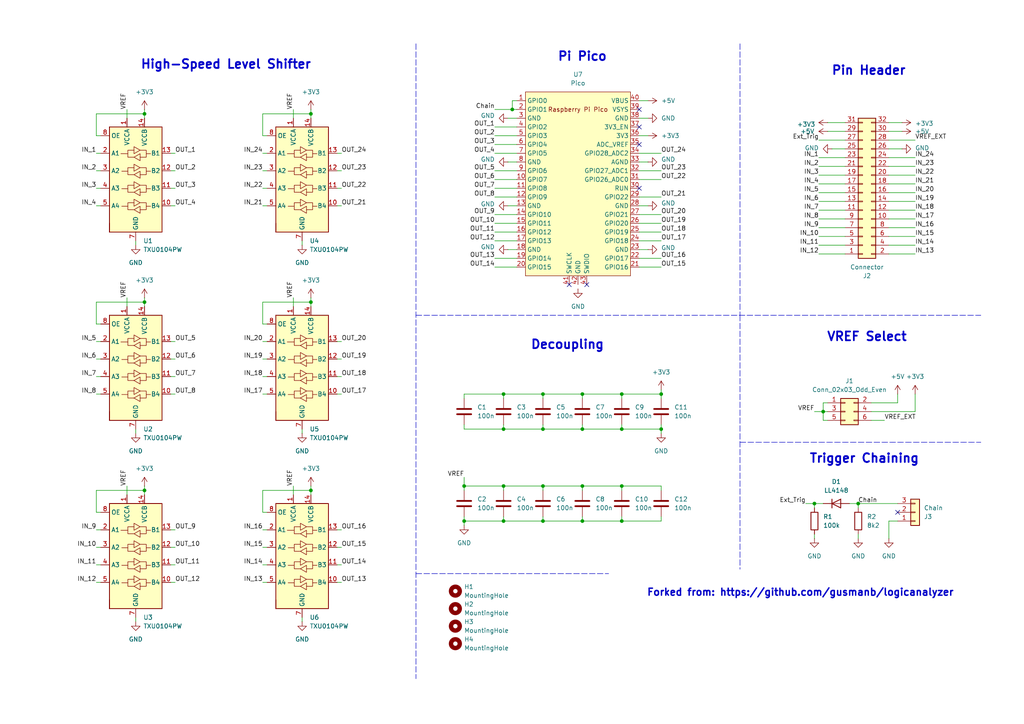
<source format=kicad_sch>
(kicad_sch (version 20231120) (generator "eeschema") (generator_version "8.0")
  (paper "A4")
  (title_block (title "Logic Analyzer") (date "2025-04-21") (rev "V2.1") (company "Synthron"))
  (lib_symbols
    (symbol "Connector_Generic:Conn_01x03" (pin_names (offset 1.016) hide)
      (property "Reference" "J" (at 0 5.08 0))
      (property "Value" "Conn_01x03" (at 0 -5.08 0))
      (symbol "Conn_01x03_1_1"
        (pin passive line (at -5.08 2.54 0) (length 3.81) (name "Pin_1") (number "1"))
        (pin passive line (at -5.08 0 0) (length 3.81) (name "Pin_2") (number "2"))
        (pin passive line (at -5.08 -2.54 0) (length 3.81) (name "Pin_3") (number "3"))
      )
    )
    (symbol "Connector_Generic:Conn_02x03_Odd_Even" (pin_names (offset 1.016) hide)
      (property "Reference" "J" (at 1.27 5.08 0))
      (property "Value" "Conn_02x03_Odd_Even" (at 1.27 -5.08 0))
      (symbol "Conn_02x03_Odd_Even_1_1"
        (pin passive line (at -5.08 2.54 0) (length 3.81) (name "Pin_1") (number "1"))
        (pin passive line (at 7.62 2.54 180) (length 3.81) (name "Pin_2") (number "2"))
        (pin passive line (at -5.08 0 0) (length 3.81) (name "Pin_3") (number "3"))
        (pin passive line (at 7.62 0 180) (length 3.81) (name "Pin_4") (number "4"))
        (pin passive line (at -5.08 -2.54 0) (length 3.81) (name "Pin_5") (number "5"))
        (pin passive line (at 7.62 -2.54 180) (length 3.81) (name "Pin_6") (number "6"))
      )
    )
    (symbol "Connector_Generic:Conn_02x16_Odd_Even" (pin_names (offset 1.016) hide)
      (property "Reference" "J" (at 1.27 20.32 0))
      (property "Value" "Conn_02x16_Odd_Even" (at 1.27 -22.86 0))
      (symbol "Conn_02x16_Odd_Even_1_1"
        (pin passive line (at -5.08 17.78 0) (length 3.81) (name "Pin_1") (number "1"))
        (pin passive line (at 7.62 7.62 180) (length 3.81) (name "Pin_10") (number "10"))
        (pin passive line (at -5.08 5.08 0) (length 3.81) (name "Pin_11") (number "11"))
        (pin passive line (at 7.62 5.08 180) (length 3.81) (name "Pin_12") (number "12"))
        (pin passive line (at -5.08 2.54 0) (length 3.81) (name "Pin_13") (number "13"))
        (pin passive line (at 7.62 2.54 180) (length 3.81) (name "Pin_14") (number "14"))
        (pin passive line (at -5.08 0 0) (length 3.81) (name "Pin_15") (number "15"))
        (pin passive line (at 7.62 0 180) (length 3.81) (name "Pin_16") (number "16"))
        (pin passive line (at -5.08 -2.54 0) (length 3.81) (name "Pin_17") (number "17"))
        (pin passive line (at 7.62 -2.54 180) (length 3.81) (name "Pin_18") (number "18"))
        (pin passive line (at -5.08 -5.08 0) (length 3.81) (name "Pin_19") (number "19"))
        (pin passive line (at 7.62 17.78 180) (length 3.81) (name "Pin_2") (number "2"))
        (pin passive line (at 7.62 -5.08 180) (length 3.81) (name "Pin_20") (number "20"))
        (pin passive line (at -5.08 -7.62 0) (length 3.81) (name "Pin_21") (number "21"))
        (pin passive line (at 7.62 -7.62 180) (length 3.81) (name "Pin_22") (number "22"))
        (pin passive line (at -5.08 -10.16 0) (length 3.81) (name "Pin_23") (number "23"))
        (pin passive line (at 7.62 -10.16 180) (length 3.81) (name "Pin_24") (number "24"))
        (pin passive line (at -5.08 -12.7 0) (length 3.81) (name "Pin_25") (number "25"))
        (pin passive line (at 7.62 -12.7 180) (length 3.81) (name "Pin_26") (number "26"))
        (pin passive line (at -5.08 -15.24 0) (length 3.81) (name "Pin_27") (number "27"))
        (pin passive line (at 7.62 -15.24 180) (length 3.81) (name "Pin_28") (number "28"))
        (pin passive line (at -5.08 -17.78 0) (length 3.81) (name "Pin_29") (number "29"))
        (pin passive line (at -5.08 15.24 0) (length 3.81) (name "Pin_3") (number "3"))
        (pin passive line (at 7.62 -17.78 180) (length 3.81) (name "Pin_30") (number "30"))
        (pin passive line (at -5.08 -20.32 0) (length 3.81) (name "Pin_31") (number "31"))
        (pin passive line (at 7.62 -20.32 180) (length 3.81) (name "Pin_32") (number "32"))
        (pin passive line (at 7.62 15.24 180) (length 3.81) (name "Pin_4") (number "4"))
        (pin passive line (at -5.08 12.7 0) (length 3.81) (name "Pin_5") (number "5"))
        (pin passive line (at 7.62 12.7 180) (length 3.81) (name "Pin_6") (number "6"))
        (pin passive line (at -5.08 10.16 0) (length 3.81) (name "Pin_7") (number "7"))
        (pin passive line (at 7.62 10.16 180) (length 3.81) (name "Pin_8") (number "8"))
        (pin passive line (at -5.08 7.62 0) (length 3.81) (name "Pin_9") (number "9"))
      )
    )
    (symbol "Device:C" (pin_numbers hide) (pin_names (offset 0.254))
      (property "Reference" "C" (at 0.635 2.54 0))
      (property "Value" "C" (at 0.635 -2.54 0))
      (symbol "C_1_1"
        (pin passive line (at 0 3.81 270) (length 2.794) (name "~") (number "1"))
        (pin passive line (at 0 -3.81 90) (length 2.794) (name "~") (number "2"))
      )
    )
    (symbol "Device:R" (pin_numbers hide) (pin_names (offset 0))
      (property "Reference" "R" (at 2.032 0 90))
      (property "Value" "R" (at 0 0 90))
      (symbol "R_1_1"
        (pin passive line (at 0 3.81 270) (length 1.27) (name "~") (number "1"))
        (pin passive line (at 0 -3.81 90) (length 1.27) (name "~") (number "2"))
      )
    )
    (symbol "Diode:LL4148" (pin_numbers hide) (pin_names hide)
      (property "Reference" "D" (at 0 2.54 0))
      (property "Value" "LL4148" (at 0 -2.54 0))
      (symbol "LL4148_1_1"
        (pin passive line (at -3.81 0 0) (length 2.54) (name "K") (number "1"))
        (pin passive line (at 3.81 0 180) (length 2.54) (name "A") (number "2"))
      )
    )
    (symbol "Logic_LevelTranslator:TXB0104PW"
      (property "Reference" "U" (at -6.35 16.51 0))
      (property "Value" "TXB0104PW" (at 3.81 16.51 0))
      (symbol "TXB0104PW_1_1"
        (pin power_in line (at -2.54 17.78 270) (length 2.54) (name "VCCA") (number "1"))
        (pin bidirectional line (at 10.16 -7.62 180) (length 2.54) (name "B4") (number "10"))
        (pin bidirectional line (at 10.16 -2.54 180) (length 2.54) (name "B3") (number "11"))
        (pin bidirectional line (at 10.16 2.54 180) (length 2.54) (name "B2") (number "12"))
        (pin bidirectional line (at 10.16 7.62 180) (length 2.54) (name "B1") (number "13"))
        (pin power_in line (at 2.54 17.78 270) (length 2.54) (name "VCCB") (number "14"))
        (pin bidirectional line (at -10.16 7.62 0) (length 2.54) (name "A1") (number "2"))
        (pin bidirectional line (at -10.16 2.54 0) (length 2.54) (name "A2") (number "3"))
        (pin bidirectional line (at -10.16 -2.54 0) (length 2.54) (name "A3") (number "4"))
        (pin bidirectional line (at -10.16 -7.62 0) (length 2.54) (name "A4") (number "5"))
        (pin no_connect line (at -7.62 -12.7 0) (length 2.54) hide (name "NC") (number "6"))
        (pin power_in line (at 0 -17.78 90) (length 2.54) (name "GND") (number "7"))
        (pin input line (at -10.16 12.7 0) (length 2.54) (name "OE") (number "8"))
        (pin no_connect line (at 7.62 -12.7 180) (length 2.54) hide (name "NC") (number "9"))
      )
    )
    (symbol "Mechanical:MountingHole" (pin_names (offset 1.016)) (exclude_from_sim yes) (in_bom no)
      (property "Reference" "H" (at 0 5.08 0))
      (property "Value" "MountingHole" (at 0 3.175 0))
    )
    (symbol "Pico:Pico"
      (property "Reference" "U" (at -13.97 27.94 0))
      (property "Value" "Pico" (at 0 19.05 0))
      (symbol "Pico_0_0"
        (text "Raspberry Pi Pico" (at 0 21.59 0) (effects (font (size 1.27 1.27))))
      )
      (symbol "Pico_1_1"
        (pin bidirectional line (at -17.78 24.13 0) (length 2.54) (name "GPIO0") (number "1"))
        (pin bidirectional line (at -17.78 1.27 0) (length 2.54) (name "GPIO7") (number "10"))
        (pin bidirectional line (at -17.78 -1.27 0) (length 2.54) (name "GPIO8") (number "11"))
        (pin bidirectional line (at -17.78 -3.81 0) (length 2.54) (name "GPIO9") (number "12"))
        (pin power_in line (at -17.78 -6.35 0) (length 2.54) (name "GND") (number "13"))
        (pin bidirectional line (at -17.78 -8.89 0) (length 2.54) (name "GPIO10") (number "14"))
        (pin bidirectional line (at -17.78 -11.43 0) (length 2.54) (name "GPIO11") (number "15"))
        (pin bidirectional line (at -17.78 -13.97 0) (length 2.54) (name "GPIO12") (number "16"))
        (pin bidirectional line (at -17.78 -16.51 0) (length 2.54) (name "GPIO13") (number "17"))
        (pin power_in line (at -17.78 -19.05 0) (length 2.54) (name "GND") (number "18"))
        (pin bidirectional line (at -17.78 -21.59 0) (length 2.54) (name "GPIO14") (number "19"))
        (pin bidirectional line (at -17.78 21.59 0) (length 2.54) (name "GPIO1") (number "2"))
        (pin bidirectional line (at -17.78 -24.13 0) (length 2.54) (name "GPIO15") (number "20"))
        (pin bidirectional line (at 17.78 -24.13 180) (length 2.54) (name "GPIO16") (number "21"))
        (pin bidirectional line (at 17.78 -21.59 180) (length 2.54) (name "GPIO17") (number "22"))
        (pin power_in line (at 17.78 -19.05 180) (length 2.54) (name "GND") (number "23"))
        (pin bidirectional line (at 17.78 -16.51 180) (length 2.54) (name "GPIO18") (number "24"))
        (pin bidirectional line (at 17.78 -13.97 180) (length 2.54) (name "GPIO19") (number "25"))
        (pin bidirectional line (at 17.78 -11.43 180) (length 2.54) (name "GPIO20") (number "26"))
        (pin bidirectional line (at 17.78 -8.89 180) (length 2.54) (name "GPIO21") (number "27"))
        (pin power_in line (at 17.78 -6.35 180) (length 2.54) (name "GND") (number "28"))
        (pin bidirectional line (at 17.78 -3.81 180) (length 2.54) (name "GPIO22") (number "29"))
        (pin power_in line (at -17.78 19.05 0) (length 2.54) (name "GND") (number "3"))
        (pin input line (at 17.78 -1.27 180) (length 2.54) (name "RUN") (number "30"))
        (pin bidirectional line (at 17.78 1.27 180) (length 2.54) (name "GPIO26_ADC0") (number "31"))
        (pin bidirectional line (at 17.78 3.81 180) (length 2.54) (name "GPIO27_ADC1") (number "32"))
        (pin power_in line (at 17.78 6.35 180) (length 2.54) (name "AGND") (number "33"))
        (pin bidirectional line (at 17.78 8.89 180) (length 2.54) (name "GPIO28_ADC2") (number "34"))
        (pin power_in line (at 17.78 11.43 180) (length 2.54) (name "ADC_VREF") (number "35"))
        (pin power_in line (at 17.78 13.97 180) (length 2.54) (name "3V3") (number "36"))
        (pin input line (at 17.78 16.51 180) (length 2.54) (name "3V3_EN") (number "37"))
        (pin bidirectional line (at 17.78 19.05 180) (length 2.54) (name "GND") (number "38"))
        (pin power_in line (at 17.78 21.59 180) (length 2.54) (name "VSYS") (number "39"))
        (pin bidirectional line (at -17.78 16.51 0) (length 2.54) (name "GPIO2") (number "4"))
        (pin power_in line (at 17.78 24.13 180) (length 2.54) (name "VBUS") (number "40"))
        (pin input line (at -2.54 -29.21 90) (length 2.54) (name "SWCLK") (number "41"))
        (pin power_in line (at 0 -29.21 90) (length 2.54) (name "GND") (number "42"))
        (pin bidirectional line (at 2.54 -29.21 90) (length 2.54) (name "SWDIO") (number "43"))
        (pin bidirectional line (at -17.78 13.97 0) (length 2.54) (name "GPIO3") (number "5"))
        (pin bidirectional line (at -17.78 11.43 0) (length 2.54) (name "GPIO4") (number "6"))
        (pin bidirectional line (at -17.78 8.89 0) (length 2.54) (name "GPIO5") (number "7"))
        (pin power_in line (at -17.78 6.35 0) (length 2.54) (name "GND") (number "8"))
        (pin bidirectional line (at -17.78 3.81 0) (length 2.54) (name "GPIO6") (number "9"))
      )
    )
    (symbol "power:+3V3" (power) (pin_numbers hide) (pin_names (offset 0) hide)
      (property "Value" "+3V3" (at 0 3.556 0))
      (symbol "+3V3_1_1"
        (pin power_in line (at 0 0 90) (length 0) (name "~") (number "1"))
      )
    )
    (symbol "power:+5V" (power) (pin_numbers hide) (pin_names (offset 0) hide)
      (property "Value" "+5V" (at 0 3.556 0))
      (symbol "+5V_1_1"
        (pin power_in line (at 0 0 90) (length 0) (name "~") (number "1"))
      )
    )
    (symbol "power:GND" (power) (pin_numbers hide) (pin_names (offset 0) hide)
      (property "Value" "GND" (at 0 -3.81 0))
      (symbol "GND_1_1"
        (pin power_in line (at 0 0 270) (length 0) (name "~") (number "1"))
      )
    )
  )
  (junction (at 41.91 142.24))
  (junction (at 157.48 140.97))
  (junction (at 134.62 151.13))
  (junction (at 157.48 114.3))
  (junction (at 146.05 114.3))
  (junction (at 168.91 151.13))
  (junction (at 90.17 87.63))
  (junction (at 168.91 140.97))
  (junction (at 191.77 114.3))
  (junction (at 236.22 146.05))
  (junction (at 41.91 87.63))
  (junction (at 148.59 31.75))
  (junction (at 180.34 114.3))
  (junction (at 146.05 140.97))
  (junction (at 168.91 114.3))
  (junction (at 248.92 146.05))
  (junction (at 180.34 140.97))
  (junction (at 90.17 142.24))
  (junction (at 146.05 151.13))
  (junction (at 134.62 140.97))
  (junction (at 90.17 33.02))
  (junction (at 180.34 124.46))
  (junction (at 180.34 151.13))
  (junction (at 191.77 124.46))
  (junction (at 238.76 119.38))
  (junction (at 168.91 124.46))
  (junction (at 157.48 151.13))
  (junction (at 41.91 33.02))
  (junction (at 157.48 124.46))
  (junction (at 146.05 124.46))
  (no_connect (at 165.1 82.55))
  (no_connect (at 260.35 148.59))
  (no_connect (at 185.42 31.75))
  (no_connect (at 185.42 36.83))
  (no_connect (at 185.42 41.91))
  (no_connect (at 185.42 54.61))
  (no_connect (at 170.18 82.55))
  (wire (pts (xy 50.8 163.83) (xy 49.53 163.83)))
  (wire (pts (xy 257.81 43.18) (xy 261.62 43.18)))
  (wire (pts (xy 265.43 114.3) (xy 265.43 119.38)))
  (wire (pts (xy 265.43 53.34) (xy 257.81 53.34)))
  (wire (pts (xy 248.92 156.21) (xy 248.92 154.94)))
  (wire (pts (xy 99.06 99.06) (xy 97.79 99.06)))
  (wire (pts (xy 248.92 146.05) (xy 260.35 146.05)))
  (wire (pts (xy 29.21 93.98) (xy 27.94 93.98)))
  (wire (pts (xy 50.8 49.53) (xy 49.53 49.53)))
  (wire (pts (xy 157.48 123.19) (xy 157.48 124.46)))
  (wire (pts (xy 257.81 40.64) (xy 265.43 40.64)))
  (wire (pts (xy 99.06 54.61) (xy 97.79 54.61)))
  (wire (pts (xy 157.48 140.97) (xy 157.48 142.24)))
  (wire (pts (xy 50.8 104.14) (xy 49.53 104.14)))
  (wire (pts (xy 27.94 33.02) (xy 41.91 33.02)))
  (wire (pts (xy 260.35 116.84) (xy 252.73 116.84)))
  (wire (pts (xy 76.2 148.59) (xy 76.2 142.24)))
  (wire (pts (xy 237.49 55.88) (xy 245.11 55.88)))
  (wire (pts (xy 146.05 123.19) (xy 146.05 124.46)))
  (wire (pts (xy 265.43 73.66) (xy 257.81 73.66)))
  (wire (pts (xy 27.94 44.45) (xy 29.21 44.45)))
  (wire (pts (xy 76.2 39.37) (xy 76.2 33.02)))
  (wire (pts (xy 252.73 121.92) (xy 256.54 121.92)))
  (wire (pts (xy 77.47 39.37) (xy 76.2 39.37)))
  (wire (pts (xy 50.8 109.22) (xy 49.53 109.22)))
  (wire (pts (xy 265.43 71.12) (xy 257.81 71.12)))
  (wire (pts (xy 265.43 60.96) (xy 257.81 60.96)))
  (wire (pts (xy 238.76 119.38) (xy 240.03 119.38)))
  (wire (pts (xy 99.06 109.22) (xy 97.79 109.22)))
  (wire (pts (xy 237.49 63.5) (xy 245.11 63.5)))
  (wire (pts (xy 143.51 57.15) (xy 149.86 57.15)))
  (wire (pts (xy 143.51 64.77) (xy 149.86 64.77)))
  (wire (pts (xy 99.06 168.91) (xy 97.79 168.91)))
  (wire (pts (xy 237.49 73.66) (xy 245.11 73.66)))
  (wire (pts (xy 143.51 44.45) (xy 149.86 44.45)))
  (wire (pts (xy 265.43 66.04) (xy 257.81 66.04)))
  (wire (pts (xy 185.42 57.15) (xy 191.77 57.15)))
  (wire (pts (xy 240.03 121.92) (xy 238.76 121.92)))
  (wire (pts (xy 257.81 156.21) (xy 257.81 151.13)))
  (wire (pts (xy 146.05 114.3) (xy 146.05 115.57)))
  (wire (pts (xy 168.91 140.97) (xy 168.91 142.24)))
  (wire (pts (xy 146.05 149.86) (xy 146.05 151.13)))
  (wire (pts (xy 185.42 34.29) (xy 187.96 34.29)))
  (wire (pts (xy 143.51 54.61) (xy 149.86 54.61)))
  (wire (pts (xy 248.92 147.32) (xy 248.92 146.05)))
  (wire (pts (xy 39.37 124.46) (xy 39.37 125.73)))
  (wire (pts (xy 185.42 49.53) (xy 191.77 49.53)))
  (wire (pts (xy 147.32 34.29) (xy 149.86 34.29)))
  (wire (pts (xy 134.62 151.13) (xy 134.62 152.4)))
  (wire (pts (xy 237.49 58.42) (xy 245.11 58.42)))
  (wire (pts (xy 180.34 124.46) (xy 191.77 124.46)))
  (wire (pts (xy 185.42 44.45) (xy 191.77 44.45)))
  (wire (pts (xy 180.34 142.24) (xy 180.34 140.97)))
  (wire (pts (xy 76.2 109.22) (xy 77.47 109.22)))
  (wire (pts (xy 147.32 72.39) (xy 149.86 72.39)))
  (wire (pts (xy 168.91 123.19) (xy 168.91 124.46)))
  (wire (pts (xy 237.49 68.58) (xy 245.11 68.58)))
  (wire (pts (xy 27.94 39.37) (xy 27.94 33.02)))
  (wire (pts (xy 191.77 140.97) (xy 191.77 142.24)))
  (wire (pts (xy 148.59 31.75) (xy 149.86 31.75)))
  (wire (pts (xy 146.05 151.13) (xy 157.48 151.13)))
  (wire (pts (xy 134.62 142.24) (xy 134.62 140.97)))
  (wire (pts (xy 168.91 124.46) (xy 180.34 124.46)))
  (wire (pts (xy 90.17 140.97) (xy 90.17 142.24)))
  (wire (pts (xy 76.2 168.91) (xy 77.47 168.91)))
  (wire (pts (xy 143.51 77.47) (xy 149.86 77.47)))
  (wire (pts (xy 257.81 35.56) (xy 261.62 35.56)))
  (wire (pts (xy 99.06 104.14) (xy 97.79 104.14)))
  (wire (pts (xy 157.48 140.97) (xy 168.91 140.97)))
  (wire (pts (xy 233.68 146.05) (xy 236.22 146.05)))
  (wire (pts (xy 76.2 33.02) (xy 90.17 33.02)))
  (wire (pts (xy 185.42 67.31) (xy 191.77 67.31)))
  (wire (pts (xy 99.06 44.45) (xy 97.79 44.45)))
  (wire (pts (xy 265.43 68.58) (xy 257.81 68.58)))
  (wire (pts (xy 27.94 93.98) (xy 27.94 87.63)))
  (wire (pts (xy 185.42 64.77) (xy 191.77 64.77)))
  (wire (pts (xy 185.42 74.93) (xy 191.77 74.93)))
  (wire (pts (xy 50.8 54.61) (xy 49.53 54.61)))
  (wire (pts (xy 90.17 87.63) (xy 90.17 88.9)))
  (wire (pts (xy 27.94 142.24) (xy 41.91 142.24)))
  (wire (pts (xy 146.05 114.3) (xy 157.48 114.3)))
  (wire (pts (xy 157.48 114.3) (xy 168.91 114.3)))
  (wire (pts (xy 29.21 148.59) (xy 27.94 148.59)))
  (wire (pts (xy 143.51 62.23) (xy 149.86 62.23)))
  (wire (pts (xy 260.35 114.3) (xy 260.35 116.84)))
  (polyline (pts (xy 214.63 12.7) (xy 214.63 91.44)) (stroke (width 0) (type dash)))
  (wire (pts (xy 265.43 50.8) (xy 257.81 50.8)))
  (wire (pts (xy 77.47 148.59) (xy 76.2 148.59)))
  (wire (pts (xy 41.91 33.02) (xy 41.91 34.29)))
  (wire (pts (xy 76.2 158.75) (xy 77.47 158.75)))
  (wire (pts (xy 191.77 123.19) (xy 191.77 124.46)))
  (wire (pts (xy 90.17 33.02) (xy 90.17 34.29)))
  (wire (pts (xy 76.2 44.45) (xy 77.47 44.45)))
  (wire (pts (xy 50.8 44.45) (xy 49.53 44.45)))
  (wire (pts (xy 134.62 124.46) (xy 146.05 124.46)))
  (wire (pts (xy 241.3 43.18) (xy 245.11 43.18)))
  (wire (pts (xy 248.92 146.05) (xy 246.38 146.05)))
  (polyline (pts (xy 120.65 91.44) (xy 284.48 91.44)) (stroke (width 0) (type dash)))
  (wire (pts (xy 180.34 140.97) (xy 191.77 140.97)))
  (wire (pts (xy 143.51 39.37) (xy 149.86 39.37)))
  (wire (pts (xy 240.03 116.84) (xy 238.76 116.84)))
  (wire (pts (xy 76.2 87.63) (xy 90.17 87.63)))
  (wire (pts (xy 99.06 49.53) (xy 97.79 49.53)))
  (wire (pts (xy 27.94 163.83) (xy 29.21 163.83)))
  (wire (pts (xy 143.51 69.85) (xy 149.86 69.85)))
  (wire (pts (xy 146.05 140.97) (xy 146.05 142.24)))
  (wire (pts (xy 50.8 168.91) (xy 49.53 168.91)))
  (wire (pts (xy 237.49 48.26) (xy 245.11 48.26)))
  (wire (pts (xy 50.8 99.06) (xy 49.53 99.06)))
  (wire (pts (xy 146.05 140.97) (xy 157.48 140.97)))
  (wire (pts (xy 90.17 86.36) (xy 90.17 87.63)))
  (wire (pts (xy 185.42 52.07) (xy 191.77 52.07)))
  (wire (pts (xy 265.43 63.5) (xy 257.81 63.5)))
  (wire (pts (xy 191.77 149.86) (xy 191.77 151.13)))
  (wire (pts (xy 50.8 158.75) (xy 49.53 158.75)))
  (wire (pts (xy 76.2 142.24) (xy 90.17 142.24)))
  (polyline (pts (xy 120.65 166.37) (xy 176.53 166.37)) (stroke (width 0) (type dash)))
  (wire (pts (xy 168.91 140.97) (xy 180.34 140.97)))
  (wire (pts (xy 238.76 116.84) (xy 238.76 119.38)))
  (wire (pts (xy 143.51 41.91) (xy 149.86 41.91)))
  (wire (pts (xy 39.37 69.85) (xy 39.37 71.12)))
  (wire (pts (xy 143.51 74.93) (xy 149.86 74.93)))
  (wire (pts (xy 237.49 66.04) (xy 245.11 66.04)))
  (wire (pts (xy 147.32 46.99) (xy 149.86 46.99)))
  (wire (pts (xy 147.32 59.69) (xy 149.86 59.69)))
  (wire (pts (xy 87.63 179.07) (xy 87.63 180.34)))
  (wire (pts (xy 168.91 114.3) (xy 168.91 115.57)))
  (wire (pts (xy 76.2 104.14) (xy 77.47 104.14)))
  (wire (pts (xy 50.8 114.3) (xy 49.53 114.3)))
  (wire (pts (xy 143.51 31.75) (xy 148.59 31.75)))
  (wire (pts (xy 134.62 115.57) (xy 134.62 114.3)))
  (wire (pts (xy 157.48 151.13) (xy 168.91 151.13)))
  (wire (pts (xy 265.43 45.72) (xy 257.81 45.72)))
  (wire (pts (xy 36.83 140.97) (xy 36.83 143.51)))
  (wire (pts (xy 27.94 158.75) (xy 29.21 158.75)))
  (wire (pts (xy 185.42 72.39) (xy 187.96 72.39)))
  (wire (pts (xy 134.62 149.86) (xy 134.62 151.13)))
  (wire (pts (xy 76.2 54.61) (xy 77.47 54.61)))
  (wire (pts (xy 27.94 59.69) (xy 29.21 59.69)))
  (wire (pts (xy 85.09 86.36) (xy 85.09 88.9)))
  (wire (pts (xy 180.34 114.3) (xy 191.77 114.3)))
  (wire (pts (xy 41.91 140.97) (xy 41.91 142.24)))
  (wire (pts (xy 143.51 67.31) (xy 149.86 67.31)))
  (wire (pts (xy 27.94 153.67) (xy 29.21 153.67)))
  (wire (pts (xy 157.48 149.86) (xy 157.48 151.13)))
  (wire (pts (xy 36.83 31.75) (xy 36.83 34.29)))
  (wire (pts (xy 236.22 147.32) (xy 236.22 146.05)))
  (wire (pts (xy 265.43 48.26) (xy 257.81 48.26)))
  (wire (pts (xy 99.06 158.75) (xy 97.79 158.75)))
  (wire (pts (xy 180.34 151.13) (xy 191.77 151.13)))
  (wire (pts (xy 143.51 49.53) (xy 149.86 49.53)))
  (wire (pts (xy 265.43 119.38) (xy 252.73 119.38)))
  (wire (pts (xy 85.09 31.75) (xy 85.09 34.29)))
  (wire (pts (xy 27.94 168.91) (xy 29.21 168.91)))
  (wire (pts (xy 41.91 86.36) (xy 41.91 87.63)))
  (wire (pts (xy 41.91 142.24) (xy 41.91 143.51)))
  (wire (pts (xy 99.06 163.83) (xy 97.79 163.83)))
  (wire (pts (xy 76.2 99.06) (xy 77.47 99.06)))
  (wire (pts (xy 27.94 148.59) (xy 27.94 142.24)))
  (wire (pts (xy 87.63 124.46) (xy 87.63 125.73)))
  (wire (pts (xy 143.51 36.83) (xy 149.86 36.83)))
  (wire (pts (xy 134.62 114.3) (xy 146.05 114.3)))
  (wire (pts (xy 76.2 93.98) (xy 76.2 87.63)))
  (wire (pts (xy 99.06 114.3) (xy 97.79 114.3)))
  (wire (pts (xy 149.86 29.21) (xy 148.59 29.21)))
  (wire (pts (xy 27.94 109.22) (xy 29.21 109.22)))
  (wire (pts (xy 257.81 38.1) (xy 261.62 38.1)))
  (wire (pts (xy 191.77 114.3) (xy 191.77 115.57)))
  (wire (pts (xy 240.03 35.56) (xy 245.11 35.56)))
  (wire (pts (xy 39.37 179.07) (xy 39.37 180.34)))
  (wire (pts (xy 168.91 151.13) (xy 180.34 151.13)))
  (wire (pts (xy 134.62 123.19) (xy 134.62 124.46)))
  (wire (pts (xy 87.63 69.85) (xy 87.63 71.12)))
  (wire (pts (xy 180.34 149.86) (xy 180.34 151.13)))
  (wire (pts (xy 50.8 59.69) (xy 49.53 59.69)))
  (wire (pts (xy 236.22 156.21) (xy 236.22 154.94)))
  (wire (pts (xy 240.03 38.1) (xy 245.11 38.1)))
  (wire (pts (xy 185.42 29.21) (xy 187.96 29.21)))
  (wire (pts (xy 236.22 119.38) (xy 238.76 119.38)))
  (wire (pts (xy 185.42 39.37) (xy 187.96 39.37)))
  (wire (pts (xy 185.42 59.69) (xy 187.96 59.69)))
  (wire (pts (xy 41.91 87.63) (xy 41.91 88.9)))
  (wire (pts (xy 237.49 45.72) (xy 245.11 45.72)))
  (wire (pts (xy 76.2 49.53) (xy 77.47 49.53)))
  (wire (pts (xy 185.42 62.23) (xy 191.77 62.23)))
  (wire (pts (xy 134.62 151.13) (xy 146.05 151.13)))
  (wire (pts (xy 146.05 124.46) (xy 157.48 124.46)))
  (wire (pts (xy 185.42 77.47) (xy 191.77 77.47)))
  (wire (pts (xy 77.47 93.98) (xy 76.2 93.98)))
  (wire (pts (xy 237.49 53.34) (xy 245.11 53.34)))
  (wire (pts (xy 237.49 40.64) (xy 245.11 40.64)))
  (wire (pts (xy 85.09 140.97) (xy 85.09 143.51)))
  (wire (pts (xy 27.94 99.06) (xy 29.21 99.06)))
  (wire (pts (xy 76.2 163.83) (xy 77.47 163.83)))
  (wire (pts (xy 29.21 39.37) (xy 27.94 39.37)))
  (wire (pts (xy 27.94 49.53) (xy 29.21 49.53)))
  (wire (pts (xy 265.43 58.42) (xy 257.81 58.42)))
  (wire (pts (xy 265.43 55.88) (xy 257.81 55.88)))
  (wire (pts (xy 257.81 151.13) (xy 260.35 151.13)))
  (wire (pts (xy 27.94 87.63) (xy 41.91 87.63)))
  (wire (pts (xy 76.2 153.67) (xy 77.47 153.67)))
  (wire (pts (xy 168.91 149.86) (xy 168.91 151.13)))
  (wire (pts (xy 148.59 29.21) (xy 148.59 31.75)))
  (wire (pts (xy 237.49 50.8) (xy 245.11 50.8)))
  (wire (pts (xy 134.62 138.43) (xy 134.62 140.97)))
  (wire (pts (xy 157.48 114.3) (xy 157.48 115.57)))
  (wire (pts (xy 41.91 31.75) (xy 41.91 33.02)))
  (wire (pts (xy 90.17 142.24) (xy 90.17 143.51)))
  (wire (pts (xy 27.94 104.14) (xy 29.21 104.14)))
  (polyline (pts (xy 120.65 12.7) (xy 120.65 196.85)) (stroke (width 0) (type dash)))
  (wire (pts (xy 236.22 146.05) (xy 238.76 146.05)))
  (wire (pts (xy 237.49 60.96) (xy 245.11 60.96)))
  (wire (pts (xy 237.49 71.12) (xy 245.11 71.12)))
  (wire (pts (xy 238.76 121.92) (xy 238.76 119.38)))
  (wire (pts (xy 90.17 31.75) (xy 90.17 33.02)))
  (wire (pts (xy 134.62 140.97) (xy 146.05 140.97)))
  (wire (pts (xy 76.2 114.3) (xy 77.47 114.3)))
  (wire (pts (xy 143.51 52.07) (xy 149.86 52.07)))
  (wire (pts (xy 185.42 69.85) (xy 191.77 69.85)))
  (wire (pts (xy 27.94 114.3) (xy 29.21 114.3)))
  (wire (pts (xy 180.34 123.19) (xy 180.34 124.46)))
  (wire (pts (xy 157.48 124.46) (xy 168.91 124.46)))
  (wire (pts (xy 76.2 59.69) (xy 77.47 59.69)))
  (wire (pts (xy 180.34 115.57) (xy 180.34 114.3)))
  (polyline (pts (xy 214.63 91.44) (xy 214.63 165.1)) (stroke (width 0) (type dash)))
  (wire (pts (xy 50.8 153.67) (xy 49.53 153.67)))
  (wire (pts (xy 27.94 54.61) (xy 29.21 54.61)))
  (polyline (pts (xy 214.63 128.27) (xy 284.48 128.27)) (stroke (width 0) (type dash)))
  (wire (pts (xy 191.77 113.03) (xy 191.77 114.3)))
  (wire (pts (xy 99.06 59.69) (xy 97.79 59.69)))
  (wire (pts (xy 185.42 46.99) (xy 187.96 46.99)))
  (wire (pts (xy 191.77 124.46) (xy 191.77 125.73)))
  (wire (pts (xy 168.91 114.3) (xy 180.34 114.3)))
  (wire (pts (xy 36.83 86.36) (xy 36.83 88.9)))
  (wire (pts (xy 99.06 153.67) (xy 97.79 153.67)))
  (text "VREF Select" (at 251.46 97.79 0) (effects (font (size 2.54 2.54) (thickness 0.508) (bold yes))))
  (text "Pi Pico" (at 168.91 16.51 0) (effects (font (size 2.54 2.54) (thickness 0.508) (bold yes))))
  (text "Decoupling" (at 164.592 100.076 0) (effects (font (size 2.54 2.54) (thickness 0.508) (bold yes))))
  (text "Forked from: https://github.com/gusmanb/logicanalyzer" (at 232.156 171.958 0) (effects (font (size 2.032 2.032) (thickness 0.4064) (bold yes))))
  (text "Pin Header" (at 251.968 20.574 0) (effects (font (size 2.54 2.54) (thickness 0.508) (bold yes))))
  (text "High-Speed Level Shifter" (at 65.532 18.796 0) (effects (font (size 2.54 2.54) (thickness 0.508) (bold yes))))
  (text "Trigger Chaining" (at 250.698 133.096 0) (effects (font (size 2.54 2.54) (thickness 0.508) (bold yes))))
  (label "OUT_20" (at 191.77 62.23 0))
  (label "OUT_6" (at 143.51 52.07 180))
  (label "IN_5" (at 27.94 99.06 180))
  (label "OUT_3" (at 50.8 54.61 0))
  (label "VREF" (at 36.83 86.36 90))
  (label "IN_19" (at 265.43 58.42 0))
  (label "OUT_1" (at 50.8 44.45 0))
  (label "OUT_8" (at 143.51 57.15 180))
  (label "OUT_5" (at 50.8 99.06 0))
  (label "IN_2" (at 27.94 49.53 180))
  (label "VREF" (at 236.22 119.38 180))
  (label "IN_16" (at 265.43 66.04 0))
  (label "IN_18" (at 265.43 60.96 0))
  (label "IN_6" (at 27.94 104.14 180))
  (label "IN_11" (at 237.49 71.12 180))
  (label "Ext_Trig" (at 233.68 146.05 180))
  (label "IN_20" (at 265.43 55.88 0))
  (label "IN_8" (at 237.49 63.5 180))
  (label "IN_13" (at 265.43 73.66 0))
  (label "VREF" (at 36.83 140.97 90))
  (label "OUT_7" (at 143.51 54.61 180))
  (label "OUT_17" (at 99.06 114.3 0))
  (label "OUT_19" (at 99.06 104.14 0))
  (label "IN_11" (at 27.94 163.83 180))
  (label "VREF_EXT" (at 265.43 40.64 0))
  (label "VREF" (at 85.09 86.36 90))
  (label "Ext_Trig" (at 237.49 40.64 180))
  (label "OUT_17" (at 191.77 69.85 0))
  (label "IN_9" (at 27.94 153.67 180))
  (label "IN_19" (at 76.2 104.14 180))
  (label "VREF" (at 85.09 31.75 90))
  (label "OUT_23" (at 191.77 49.53 0))
  (label "VREF" (at 85.09 140.97 90))
  (label "OUT_4" (at 50.8 59.69 0))
  (label "OUT_11" (at 143.51 67.31 180))
  (label "IN_17" (at 265.43 63.5 0))
  (label "OUT_15" (at 99.06 158.75 0))
  (label "VREF_EXT" (at 256.54 121.92 0))
  (label "IN_3" (at 27.94 54.61 180))
  (label "OUT_5" (at 143.51 49.53 180))
  (label "VREF" (at 36.83 31.75 90))
  (label "OUT_18" (at 99.06 109.22 0))
  (label "IN_23" (at 76.2 49.53 180))
  (label "OUT_9" (at 143.51 62.23 180))
  (label "IN_22" (at 76.2 54.61 180))
  (label "IN_22" (at 265.43 50.8 0))
  (label "OUT_19" (at 191.77 64.77 0))
  (label "IN_10" (at 237.49 68.58 180))
  (label "IN_14" (at 76.2 163.83 180))
  (label "IN_8" (at 27.94 114.3 180))
  (label "IN_15" (at 76.2 158.75 180))
  (label "IN_18" (at 76.2 109.22 180))
  (label "OUT_9" (at 50.8 153.67 0))
  (label "OUT_6" (at 50.8 104.14 0))
  (label "OUT_14" (at 143.51 77.47 180))
  (label "OUT_11" (at 50.8 163.83 0))
  (label "IN_5" (at 237.49 55.88 180))
  (label "IN_17" (at 76.2 114.3 180))
  (label "IN_4" (at 27.94 59.69 180))
  (label "OUT_14" (at 99.06 163.83 0))
  (label "OUT_21" (at 99.06 59.69 0))
  (label "IN_9" (at 237.49 66.04 180))
  (label "IN_1" (at 27.94 44.45 180))
  (label "OUT_13" (at 143.51 74.93 180))
  (label "IN_24" (at 76.2 44.45 180))
  (label "IN_14" (at 265.43 71.12 0))
  (label "OUT_4" (at 143.51 44.45 180))
  (label "OUT_12" (at 50.8 168.91 0))
  (label "OUT_18" (at 191.77 67.31 0))
  (label "OUT_1" (at 143.51 36.83 180))
  (label "IN_20" (at 76.2 99.06 180))
  (label "OUT_12" (at 143.51 69.85 180))
  (label "OUT_13" (at 99.06 168.91 0))
  (label "IN_4" (at 237.49 53.34 180))
  (label "IN_10" (at 27.94 158.75 180))
  (label "OUT_3" (at 143.51 41.91 180))
  (label "IN_15" (at 265.43 68.58 0))
  (label "IN_6" (at 237.49 58.42 180))
  (label "OUT_21" (at 191.77 57.15 0))
  (label "OUT_10" (at 50.8 158.75 0))
  (label "VREF" (at 134.62 138.43 180))
  (label "IN_21" (at 265.43 53.34 0))
  (label "OUT_20" (at 99.06 99.06 0))
  (label "Chain" (at 248.92 146.05 0))
  (label "IN_7" (at 237.49 60.96 180))
  (label "OUT_23" (at 99.06 49.53 0))
  (label "IN_21" (at 76.2 59.69 180))
  (label "IN_2" (at 237.49 48.26 180))
  (label "IN_1" (at 237.49 45.72 180))
  (label "OUT_22" (at 99.06 54.61 0))
  (label "OUT_2" (at 143.51 39.37 180))
  (label "OUT_24" (at 99.06 44.45 0))
  (label "IN_16" (at 76.2 153.67 180))
  (label "OUT_16" (at 99.06 153.67 0))
  (label "IN_12" (at 237.49 73.66 180))
  (label "OUT_16" (at 191.77 74.93 0))
  (label "IN_7" (at 27.94 109.22 180))
  (label "Chain" (at 143.51 31.75 180))
  (label "IN_23" (at 265.43 48.26 0))
  (label "IN_13" (at 76.2 168.91 180))
  (label "OUT_8" (at 50.8 114.3 0))
  (label "OUT_10" (at 143.51 64.77 180))
  (label "OUT_22" (at 191.77 52.07 0))
  (label "OUT_24" (at 191.77 44.45 0))
  (label "OUT_15" (at 191.77 77.47 0))
  (label "OUT_7" (at 50.8 109.22 0))
  (label "IN_3" (at 237.49 50.8 180))
  (label "IN_12" (at 27.94 168.91 180))
  (label "OUT_2" (at 50.8 49.53 0))
  (label "IN_24" (at 265.43 45.72 0))
  (symbol (lib_id "power:+3V3") (at 191.77 113.03 0) (unit 1)
    (property "Reference" "#PWR025" (effects (hide yes)))
    (property "Value" "+3V3" (at 191.77 107.95 0))
    (property "Description" "Power symbol creates a global label with name \"+3V3\"" (effects (hide yes)))
  )
  (symbol (lib_id "power:+3V3") (at 187.96 39.37 270) (unit 1)
    (property "Reference" "#PWR021" (effects (hide yes)))
    (property "Value" "+3V3" (at 191.77 39.3699 90) (effects (justify left)))
    (property "Description" "Power symbol creates a global label with name \"+3V3\"" (effects (hide yes)))
  )
  (symbol (lib_id "Mechanical:MountingHole") (at 132.08 186.69 0) (unit 1) (exclude_from_sim yes) (in_bom no)
    (property "Reference" "H4" (at 134.62 185.4199 0) (effects (justify left)))
    (property "Value" "MountingHole" (at 134.62 187.9599 0) (effects (justify left)))
    (property "Footprint" "MountingHole:MountingHole_3.2mm_M3_DIN965" (effects (hide yes)))
    (property "Description" "Mounting Hole without connection" (effects (hide yes)))
  )
  (symbol (lib_id "power:+3V3") (at 261.62 35.56 270) (mirror x) (unit 1)
    (property "Reference" "#PWR036" (effects (hide yes)))
    (property "Value" "+3V3" (at 265.43 35.8141 90) (effects (justify left)))
    (property "Description" "Power symbol creates a global label with name \"+3V3\"" (effects (hide yes)))
  )
  (symbol (lib_id "Connector_Generic:Conn_02x16_Odd_Even") (at 250.19 55.88 0) (mirror x) (unit 1)
    (property "Reference" "J2" (at 251.46 80.01 0))
    (property "Value" "Connector" (at 251.46 77.47 0))
    (property "Footprint" "Connector_PinHeader_2.54mm:PinHeader_2x16_P2.54mm_Horizontal" (effects (hide yes)))
    (property "Description" "Generic connector, double row, 02x16, odd/even pin numbering scheme (row 1 odd numbers, row 2 even numbers), script generated (kicad-library-utils/schlib/autogen/connector/)" (effects (hide yes)))
  )
  (symbol (lib_id "Mechanical:MountingHole") (at 132.08 171.45 0) (unit 1) (exclude_from_sim yes) (in_bom no)
    (property "Reference" "H1" (at 134.62 170.1799 0) (effects (justify left)))
    (property "Value" "MountingHole" (at 134.62 172.7199 0) (effects (justify left)))
    (property "Footprint" "MountingHole:MountingHole_3.2mm_M3_DIN965" (effects (hide yes)))
    (property "Description" "Mounting Hole without connection" (effects (hide yes)))
  )
  (symbol (lib_id "power:+3V3") (at 41.91 140.97 0) (unit 1)
    (property "Reference" "#PWR06" (effects (hide yes)))
    (property "Value" "+3V3" (at 41.91 135.89 0))
    (property "Description" "Power symbol creates a global label with name \"+3V3\"" (effects (hide yes)))
  )
  (symbol (lib_id "Device:C") (at 191.77 119.38 0) (unit 1)
    (property "Reference" "C11" (at 195.58 118.1099 0) (effects (justify left)))
    (property "Value" "100n" (at 195.58 120.6499 0) (effects (justify left)))
    (property "Footprint" "Capacitor_SMD:C_0603_1608Metric" (effects (hide yes)))
    (property "Description" "Unpolarized capacitor" (effects (hide yes)))
  )
  (symbol (lib_id "power:+5V") (at 187.96 29.21 270) (unit 1)
    (property "Reference" "#PWR019" (effects (hide yes)))
    (property "Value" "+5V" (at 191.77 29.2099 90) (effects (justify left)))
    (property "Description" "Power symbol creates a global label with name \"+5V\"" (effects (hide yes)))
  )
  (symbol (lib_id "power:GND") (at 191.77 125.73 0) (unit 1)
    (property "Reference" "#PWR026" (effects (hide yes)))
    (property "Value" "GND" (at 191.77 130.81 0))
    (property "Description" "Power symbol creates a global label with name \"GND\" , ground" (effects (hide yes)))
  )
  (symbol (lib_id "power:GND") (at 261.62 43.18 90) (mirror x) (unit 1)
    (property "Reference" "#PWR034" (effects (hide yes)))
    (property "Value" "GND" (at 265.43 42.9261 90) (effects (justify right)))
    (property "Description" "Power symbol creates a global label with name \"GND\" , ground" (effects (hide yes)))
  )
  (symbol (lib_id "power:GND") (at 147.32 34.29 270) (unit 1)
    (property "Reference" "#PWR014" (effects (hide yes)))
    (property "Value" "GND" (at 143.51 33.5279 90) (effects (justify right)))
    (property "Description" "Power symbol creates a global label with name \"GND\" , ground" (effects (hide yes)))
  )
  (symbol (lib_id "Pico:Pico") (at 167.64 53.34 0) (unit 1)
    (property "Reference" "U7" (at 167.64 21.59 0))
    (property "Value" "Pico" (at 167.64 24.13 0))
    (property "Footprint" "Eigene:RPi_Pico_SMD_TH" (effects (hide yes)))
  )
  (symbol (lib_id "power:GND") (at 147.32 46.99 270) (unit 1)
    (property "Reference" "#PWR015" (effects (hide yes)))
    (property "Value" "GND" (at 143.51 46.2279 90) (effects (justify right)))
    (property "Description" "Power symbol creates a global label with name \"GND\" , ground" (effects (hide yes)))
  )
  (symbol (lib_id "power:GND") (at 248.92 156.21 0) (unit 1)
    (property "Reference" "#PWR031" (effects (hide yes)))
    (property "Value" "GND" (at 248.92 161.29 0))
    (property "Description" "Power symbol creates a global label with name \"GND\" , ground" (effects (hide yes)))
  )
  (symbol (lib_id "Connector_Generic:Conn_01x03") (at 265.43 148.59 0) (mirror x) (unit 1)
    (property "Reference" "J3" (at 267.97 149.8601 0) (effects (justify left)))
    (property "Value" "Chain" (at 267.97 147.3201 0) (effects (justify left)))
    (property "Footprint" "Connector_PinHeader_2.54mm:PinHeader_1x03_P2.54mm_Horizontal" (effects (hide yes)))
    (property "Description" "Generic connector, single row, 01x03, script generated (kicad-library-utils/schlib/autogen/connector/)" (effects (hide yes)))
  )
  (symbol (lib_id "power:GND") (at 147.32 72.39 270) (unit 1)
    (property "Reference" "#PWR017" (effects (hide yes)))
    (property "Value" "GND" (at 143.51 71.6279 90) (effects (justify right)))
    (property "Description" "Power symbol creates a global label with name \"GND\" , ground" (effects (hide yes)))
  )
  (symbol (lib_id "power:+5V") (at 261.62 38.1 270) (mirror x) (unit 1)
    (property "Reference" "#PWR035" (effects (hide yes)))
    (property "Value" "+5V" (at 265.43 38.1001 90) (effects (justify left)))
    (property "Description" "Power symbol creates a global label with name \"+5V\"" (effects (hide yes)))
  )
  (symbol (lib_id "power:GND") (at 241.3 43.18 270) (mirror x) (unit 1)
    (property "Reference" "#PWR030" (effects (hide yes)))
    (property "Value" "GND" (at 237.49 42.9261 90) (effects (justify right)))
    (property "Description" "Power symbol creates a global label with name \"GND\" , ground" (effects (hide yes)))
  )
  (symbol (lib_id "Logic_LevelTranslator:TXB0104PW") (at 39.37 161.29 0) (unit 1)
    (property "Reference" "U3" (at 41.5641 179.07 0) (effects (justify left)))
    (property "Value" "TXU0104PW" (at 41.5641 181.61 0) (effects (justify left)))
    (property "Footprint" "Package_SO:TSSOP-14_4.4x5mm_P0.65mm" (effects (hide yes)))
    (property "Datasheet" "https://www.ti.com/lit/ds/symlink/txu0104.pdf" (effects (hide yes)))
    (property "Description" "4-Bit Bidirectional Voltage-Level Translator, Auto Direction Sensing and ±15-kV ESD Protection, 1.2 - 3.6V APort, 1.65 - 5.5V BPort, TSSOP-14" (effects (hide yes)))
  )
  (symbol (lib_id "power:GND") (at 257.81 156.21 0) (unit 1)
    (property "Reference" "#PWR032" (effects (hide yes)))
    (property "Value" "GND" (at 257.81 161.29 0))
    (property "Description" "Power symbol creates a global label with name \"GND\" , ground" (effects (hide yes)))
  )
  (symbol (lib_id "Device:C") (at 191.77 146.05 0) (unit 1)
    (property "Reference" "C12" (at 195.58 144.7799 0) (effects (justify left)))
    (property "Value" "100n" (at 195.58 147.3199 0) (effects (justify left)))
    (property "Footprint" "Capacitor_SMD:C_0603_1608Metric" (effects (hide yes)))
    (property "Description" "Unpolarized capacitor" (effects (hide yes)))
  )
  (symbol (lib_id "power:GND") (at 187.96 46.99 90) (unit 1)
    (property "Reference" "#PWR022" (effects (hide yes)))
    (property "Value" "GND" (at 191.77 46.2279 90) (effects (justify right)))
    (property "Description" "Power symbol creates a global label with name \"GND\" , ground" (effects (hide yes)))
  )
  (symbol (lib_id "power:GND") (at 39.37 71.12 0) (unit 1)
    (property "Reference" "#PWR01" (effects (hide yes)))
    (property "Value" "GND" (at 39.37 76.2 0))
    (property "Description" "Power symbol creates a global label with name \"GND\" , ground" (effects (hide yes)))
  )
  (symbol (lib_id "power:GND") (at 39.37 180.34 0) (unit 1)
    (property "Reference" "#PWR03" (effects (hide yes)))
    (property "Value" "GND" (at 39.37 185.42 0))
    (property "Description" "Power symbol creates a global label with name \"GND\" , ground" (effects (hide yes)))
  )
  (symbol (lib_id "power:GND") (at 87.63 180.34 0) (unit 1)
    (property "Reference" "#PWR09" (effects (hide yes)))
    (property "Value" "GND" (at 87.63 185.42 0))
    (property "Description" "Power symbol creates a global label with name \"GND\" , ground" (effects (hide yes)))
  )
  (symbol (lib_id "power:GND") (at 187.96 59.69 90) (unit 1)
    (property "Reference" "#PWR023" (effects (hide yes)))
    (property "Value" "GND" (at 191.77 58.9279 90) (effects (justify right)))
    (property "Description" "Power symbol creates a global label with name \"GND\" , ground" (effects (hide yes)))
  )
  (symbol (lib_id "Device:C") (at 157.48 146.05 0) (unit 1)
    (property "Reference" "C6" (at 161.29 144.7799 0) (effects (justify left)))
    (property "Value" "100n" (at 161.29 147.3199 0) (effects (justify left)))
    (property "Footprint" "Capacitor_SMD:C_0603_1608Metric" (effects (hide yes)))
    (property "Description" "Unpolarized capacitor" (effects (hide yes)))
  )
  (symbol (lib_id "Logic_LevelTranslator:TXB0104PW") (at 87.63 106.68 0) (unit 1)
    (property "Reference" "U5" (at 89.8241 124.46 0) (effects (justify left)))
    (property "Value" "TXU0104PW" (at 89.8241 127 0) (effects (justify left)))
    (property "Footprint" "Package_SO:TSSOP-14_4.4x5mm_P0.65mm" (effects (hide yes)))
    (property "Datasheet" "https://www.ti.com/lit/ds/symlink/txu0104.pdf" (effects (hide yes)))
    (property "Description" "4-Bit Bidirectional Voltage-Level Translator, Auto Direction Sensing and ±15-kV ESD Protection, 1.2 - 3.6V APort, 1.65 - 5.5V BPort, TSSOP-14" (effects (hide yes)))
  )
  (symbol (lib_id "power:GND") (at 87.63 71.12 0) (unit 1)
    (property "Reference" "#PWR07" (effects (hide yes)))
    (property "Value" "GND" (at 87.63 76.2 0))
    (property "Description" "Power symbol creates a global label with name \"GND\" , ground" (effects (hide yes)))
  )
  (symbol (lib_id "power:GND") (at 39.37 125.73 0) (unit 1)
    (property "Reference" "#PWR02" (effects (hide yes)))
    (property "Value" "GND" (at 39.37 130.81 0))
    (property "Description" "Power symbol creates a global label with name \"GND\" , ground" (effects (hide yes)))
  )
  (symbol (lib_id "Logic_LevelTranslator:TXB0104PW") (at 87.63 161.29 0) (unit 1)
    (property "Reference" "U6" (at 89.8241 179.07 0) (effects (justify left)))
    (property "Value" "TXU0104PW" (at 89.8241 181.61 0) (effects (justify left)))
    (property "Footprint" "Package_SO:TSSOP-14_4.4x5mm_P0.65mm" (effects (hide yes)))
    (property "Datasheet" "https://www.ti.com/lit/ds/symlink/txu0104.pdf" (effects (hide yes)))
    (property "Description" "4-Bit Bidirectional Voltage-Level Translator, Auto Direction Sensing and ±15-kV ESD Protection, 1.2 - 3.6V APort, 1.65 - 5.5V BPort, TSSOP-14" (effects (hide yes)))
  )
  (symbol (lib_id "Logic_LevelTranslator:TXB0104PW") (at 87.63 52.07 0) (unit 1)
    (property "Reference" "U4" (at 89.8241 69.85 0) (effects (justify left)))
    (property "Value" "TXU0104PW" (at 89.8241 72.39 0) (effects (justify left)))
    (property "Footprint" "Package_SO:TSSOP-14_4.4x5mm_P0.65mm" (effects (hide yes)))
    (property "Datasheet" "https://www.ti.com/lit/ds/symlink/txu0104.pdf" (effects (hide yes)))
    (property "Description" "4-Bit Bidirectional Voltage-Level Translator, Auto Direction Sensing and ±15-kV ESD Protection, 1.2 - 3.6V APort, 1.65 - 5.5V BPort, TSSOP-14" (effects (hide yes)))
  )
  (symbol (lib_id "power:GND") (at 87.63 125.73 0) (unit 1)
    (property "Reference" "#PWR08" (effects (hide yes)))
    (property "Value" "GND" (at 87.63 130.81 0))
    (property "Description" "Power symbol creates a global label with name \"GND\" , ground" (effects (hide yes)))
  )
  (symbol (lib_id "Device:C") (at 157.48 119.38 0) (unit 1)
    (property "Reference" "C5" (at 161.29 118.1099 0) (effects (justify left)))
    (property "Value" "100n" (at 161.29 120.6499 0) (effects (justify left)))
    (property "Footprint" "Capacitor_SMD:C_0603_1608Metric" (effects (hide yes)))
    (property "Description" "Unpolarized capacitor" (effects (hide yes)))
  )
  (symbol (lib_id "power:+3V3") (at 90.17 86.36 0) (unit 1)
    (property "Reference" "#PWR011" (effects (hide yes)))
    (property "Value" "+3V3" (at 90.17 81.28 0))
    (property "Description" "Power symbol creates a global label with name \"+3V3\"" (effects (hide yes)))
  )
  (symbol (lib_id "power:GND") (at 134.62 152.4 0) (unit 1)
    (property "Reference" "#PWR013" (effects (hide yes)))
    (property "Value" "GND" (at 134.62 157.48 0))
    (property "Description" "Power symbol creates a global label with name \"GND\" , ground" (effects (hide yes)))
  )
  (symbol (lib_id "Logic_LevelTranslator:TXB0104PW") (at 39.37 106.68 0) (unit 1)
    (property "Reference" "U2" (at 41.5641 124.46 0) (effects (justify left)))
    (property "Value" "TXU0104PW" (at 41.5641 127 0) (effects (justify left)))
    (property "Footprint" "Package_SO:TSSOP-14_4.4x5mm_P0.65mm" (effects (hide yes)))
    (property "Datasheet" "https://www.ti.com/lit/ds/symlink/txu0104.pdf" (effects (hide yes)))
    (property "Description" "4-Bit Bidirectional Voltage-Level Translator, Auto Direction Sensing and ±15-kV ESD Protection, 1.2 - 3.6V APort, 1.65 - 5.5V BPort, TSSOP-14" (effects (hide yes)))
  )
  (symbol (lib_id "Device:R") (at 248.92 151.13 0) (unit 1)
    (property "Reference" "R2" (at 251.46 149.8599 0) (effects (justify left)))
    (property "Value" "8k2" (at 251.46 152.3999 0) (effects (justify left)))
    (property "Footprint" "Resistor_SMD:R_0603_1608Metric" (effects (hide yes)))
    (property "Description" "Resistor" (effects (hide yes)))
  )
  (symbol (lib_id "power:GND") (at 147.32 59.69 270) (unit 1)
    (property "Reference" "#PWR016" (effects (hide yes)))
    (property "Value" "GND" (at 143.51 59.1819 90) (effects (justify right)))
    (property "Description" "Power symbol creates a global label with name \"GND\" , ground" (effects (hide yes)))
  )
  (symbol (lib_id "Device:R") (at 236.22 151.13 0) (unit 1)
    (property "Reference" "R1" (at 238.76 149.8599 0) (effects (justify left)))
    (property "Value" "100k" (at 238.76 152.3999 0) (effects (justify left)))
    (property "Footprint" "Resistor_SMD:R_0603_1608Metric" (effects (hide yes)))
    (property "Description" "Resistor" (effects (hide yes)))
  )
  (symbol (lib_id "Diode:LL4148") (at 242.57 146.05 0) (unit 1)
    (property "Reference" "D1" (at 242.57 139.7 0))
    (property "Value" "LL4148" (at 242.57 142.24 0))
    (property "Footprint" "Diode_SMD:D_MiniMELF" (effects (hide yes)))
    (property "Datasheet" "http://www.vishay.com/docs/85557/ll4148.pdf" (effects (hide yes)))
    (property "Description" "100V 0.15A standard switching diode, MiniMELF" (effects (hide yes)))
    (property "Sim.Device" "D" (effects (hide yes)))
    (property "Sim.Pins" "1=K 2=A" (effects (hide yes)))
  )
  (symbol (lib_id "Device:C") (at 134.62 119.38 0) (unit 1)
    (property "Reference" "C1" (at 138.43 118.1099 0) (effects (justify left)))
    (property "Value" "100n" (at 138.43 120.6499 0) (effects (justify left)))
    (property "Footprint" "Capacitor_SMD:C_0603_1608Metric" (effects (hide yes)))
    (property "Description" "Unpolarized capacitor" (effects (hide yes)))
  )
  (symbol (lib_id "power:+3V3") (at 90.17 31.75 0) (unit 1)
    (property "Reference" "#PWR010" (effects (hide yes)))
    (property "Value" "+3V3" (at 90.17 26.67 0))
    (property "Description" "Power symbol creates a global label with name \"+3V3\"" (effects (hide yes)))
  )
  (symbol (lib_id "Device:C") (at 146.05 119.38 0) (unit 1)
    (property "Reference" "C3" (at 149.86 118.1099 0) (effects (justify left)))
    (property "Value" "100n" (at 149.86 120.6499 0) (effects (justify left)))
    (property "Footprint" "Capacitor_SMD:C_0603_1608Metric" (effects (hide yes)))
    (property "Description" "Unpolarized capacitor" (effects (hide yes)))
  )
  (symbol (lib_id "power:+3V3") (at 41.91 31.75 0) (unit 1)
    (property "Reference" "#PWR04" (effects (hide yes)))
    (property "Value" "+3V3" (at 41.91 26.67 0))
    (property "Description" "Power symbol creates a global label with name \"+3V3\"" (effects (hide yes)))
  )
  (symbol (lib_id "power:+5V") (at 240.03 38.1 90) (mirror x) (unit 1)
    (property "Reference" "#PWR028" (effects (hide yes)))
    (property "Value" "+5V" (at 236.22 38.1001 90) (effects (justify left)))
    (property "Description" "Power symbol creates a global label with name \"+5V\"" (effects (hide yes)))
  )
  (symbol (lib_id "Mechanical:MountingHole") (at 132.08 181.61 0) (unit 1) (exclude_from_sim yes) (in_bom no)
    (property "Reference" "H3" (at 134.62 180.3399 0) (effects (justify left)))
    (property "Value" "MountingHole" (at 134.62 182.8799 0) (effects (justify left)))
    (property "Footprint" "MountingHole:MountingHole_3.2mm_M3_DIN965" (effects (hide yes)))
    (property "Description" "Mounting Hole without connection" (effects (hide yes)))
  )
  (symbol (lib_id "Device:C") (at 134.62 146.05 0) (unit 1)
    (property "Reference" "C2" (at 138.43 144.7799 0) (effects (justify left)))
    (property "Value" "100n" (at 138.43 147.3199 0) (effects (justify left)))
    (property "Footprint" "Capacitor_SMD:C_0603_1608Metric" (effects (hide yes)))
    (property "Description" "Unpolarized capacitor" (effects (hide yes)))
  )
  (symbol (lib_id "power:+3V3") (at 240.03 35.56 90) (mirror x) (unit 1)
    (property "Reference" "#PWR029" (effects (hide yes)))
    (property "Value" "+3V3" (at 236.474 36.0681 90) (effects (justify left)))
    (property "Description" "Power symbol creates a global label with name \"+3V3\"" (effects (hide yes)))
  )
  (symbol (lib_id "power:+5V") (at 260.35 114.3 0) (unit 1)
    (property "Reference" "#PWR033" (effects (hide yes)))
    (property "Value" "+5V" (at 260.35 109.22 0))
    (property "Description" "Power symbol creates a global label with name \"+5V\"" (effects (hide yes)))
  )
  (symbol (lib_id "Device:C") (at 168.91 119.38 0) (unit 1)
    (property "Reference" "C7" (at 172.72 118.1099 0) (effects (justify left)))
    (property "Value" "100n" (at 172.72 120.6499 0) (effects (justify left)))
    (property "Footprint" "Capacitor_SMD:C_0603_1608Metric" (effects (hide yes)))
    (property "Description" "Unpolarized capacitor" (effects (hide yes)))
  )
  (symbol (lib_id "power:GND") (at 187.96 34.29 90) (unit 1)
    (property "Reference" "#PWR020" (effects (hide yes)))
    (property "Value" "GND" (at 191.77 34.2899 90) (effects (justify right)))
    (property "Description" "Power symbol creates a global label with name \"GND\" , ground" (effects (hide yes)))
  )
  (symbol (lib_id "Device:C") (at 146.05 146.05 0) (unit 1)
    (property "Reference" "C4" (at 149.86 144.7799 0) (effects (justify left)))
    (property "Value" "100n" (at 149.86 147.3199 0) (effects (justify left)))
    (property "Footprint" "Capacitor_SMD:C_0603_1608Metric" (effects (hide yes)))
    (property "Description" "Unpolarized capacitor" (effects (hide yes)))
  )
  (symbol (lib_id "Device:C") (at 180.34 146.05 0) (unit 1)
    (property "Reference" "C10" (at 184.15 144.7799 0) (effects (justify left)))
    (property "Value" "100n" (at 184.15 147.3199 0) (effects (justify left)))
    (property "Footprint" "Capacitor_SMD:C_0603_1608Metric" (effects (hide yes)))
    (property "Description" "Unpolarized capacitor" (effects (hide yes)))
  )
  (symbol (lib_id "Device:C") (at 180.34 119.38 0) (unit 1)
    (property "Reference" "C9" (at 184.15 118.1099 0) (effects (justify left)))
    (property "Value" "100n" (at 184.15 120.6499 0) (effects (justify left)))
    (property "Footprint" "Capacitor_SMD:C_0603_1608Metric" (effects (hide yes)))
    (property "Description" "Unpolarized capacitor" (effects (hide yes)))
  )
  (symbol (lib_id "Device:C") (at 168.91 146.05 0) (unit 1)
    (property "Reference" "C8" (at 172.72 144.7799 0) (effects (justify left)))
    (property "Value" "100n" (at 172.72 147.3199 0) (effects (justify left)))
    (property "Footprint" "Capacitor_SMD:C_0603_1608Metric" (effects (hide yes)))
    (property "Description" "Unpolarized capacitor" (effects (hide yes)))
  )
  (symbol (lib_id "Connector_Generic:Conn_02x03_Odd_Even") (at 245.11 119.38 0) (unit 1)
    (property "Reference" "J1" (at 246.38 110.49 0))
    (property "Value" "Conn_02x03_Odd_Even" (at 246.38 113.03 0))
    (property "Footprint" "Connector_PinHeader_2.54mm:PinHeader_2x03_P2.54mm_Vertical" (effects (hide yes)))
    (property "Description" "Generic connector, double row, 02x03, odd/even pin numbering scheme (row 1 odd numbers, row 2 even numbers), script generated (kicad-library-utils/schlib/autogen/connector/)" (effects (hide yes)))
  )
  (symbol (lib_id "power:GND") (at 236.22 156.21 0) (unit 1)
    (property "Reference" "#PWR027" (effects (hide yes)))
    (property "Value" "GND" (at 236.22 161.29 0))
    (property "Description" "Power symbol creates a global label with name \"GND\" , ground" (effects (hide yes)))
  )
  (symbol (lib_id "power:+3V3") (at 41.91 86.36 0) (unit 1)
    (property "Reference" "#PWR05" (effects (hide yes)))
    (property "Value" "+3V3" (at 41.91 81.28 0))
    (property "Description" "Power symbol creates a global label with name \"+3V3\"" (effects (hide yes)))
  )
  (symbol (lib_id "power:GND") (at 167.64 83.82 0) (unit 1)
    (property "Reference" "#PWR018" (effects (hide yes)))
    (property "Value" "GND" (at 167.64 88.9 0))
    (property "Description" "Power symbol creates a global label with name \"GND\" , ground" (effects (hide yes)))
  )
  (symbol (lib_id "power:GND") (at 187.96 72.39 90) (unit 1)
    (property "Reference" "#PWR024" (effects (hide yes)))
    (property "Value" "GND" (at 191.77 71.8819 90) (effects (justify right)))
    (property "Description" "Power symbol creates a global label with name \"GND\" , ground" (effects (hide yes)))
  )
  (symbol (lib_id "power:+3V3") (at 90.17 140.97 0) (unit 1)
    (property "Reference" "#PWR012" (effects (hide yes)))
    (property "Value" "+3V3" (at 90.17 135.89 0))
    (property "Description" "Power symbol creates a global label with name \"+3V3\"" (effects (hide yes)))
  )
  (symbol (lib_id "power:+3V3") (at 265.43 114.3 0) (unit 1)
    (property "Reference" "#PWR037" (effects (hide yes)))
    (property "Value" "+3V3" (at 265.43 109.22 0))
    (property "Description" "Power symbol creates a global label with name \"+3V3\"" (effects (hide yes)))
  )
  (symbol (lib_id "Mechanical:MountingHole") (at 132.08 176.53 0) (unit 1) (exclude_from_sim yes) (in_bom no)
    (property "Reference" "H2" (at 134.62 175.2599 0) (effects (justify left)))
    (property "Value" "MountingHole" (at 134.62 177.7999 0) (effects (justify left)))
    (property "Footprint" "MountingHole:MountingHole_3.2mm_M3_DIN965" (effects (hide yes)))
    (property "Description" "Mounting Hole without connection" (effects (hide yes)))
  )
  (symbol (lib_id "Logic_LevelTranslator:TXB0104PW") (at 39.37 52.07 0) (unit 1)
    (property "Reference" "U1" (at 41.5641 69.85 0) (effects (justify left)))
    (property "Value" "TXU0104PW" (at 41.5641 72.39 0) (effects (justify left)))
    (property "Footprint" "Package_SO:TSSOP-14_4.4x5mm_P0.65mm" (effects (hide yes)))
    (property "Datasheet" "https://www.ti.com/lit/ds/symlink/txu0104.pdf" (effects (hide yes)))
    (property "Description" "4-Bit Bidirectional Voltage-Level Translator, Auto Direction Sensing and ±15-kV ESD Protection, 1.2 - 3.6V APort, 1.65 - 5.5V BPort, TSSOP-14" (effects (hide yes)))
  )
)
</source>
